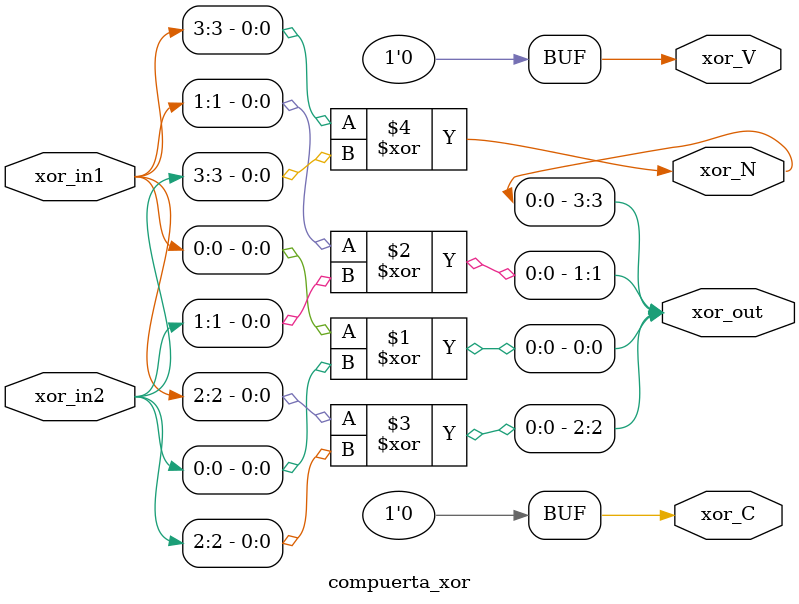
<source format=v>
module compuerta_and(and_in1,and_in2,and_out,and_N,and_V,and_C);
parameter bits = 4;
input  [bits-1:0] and_in1,and_in2;
output  [bits-1:0] and_out;
output  and_N;
output reg and_V =0;

output reg and_C = 0;

genvar i;
generate
	for (i=0; i<(bits); i=i+1) begin
		and ANDG(and_out[i],and_in1[i],and_in2[i]);
	end	
endgenerate


assign and_N = and_out [bits-1];

endmodule


module compuerta_or(or_in1,or_in2,or_out,or_N,or_V,or_C);
parameter bits = 4;
input wire [bits-1:0] or_in1,or_in2;
output wire [bits-1:0]  or_out;
output wire or_N;
output reg or_C=0,or_V =0;
genvar j;
generate
	for (j=0; j<(bits); j=j+1) begin
		or ORG(or_out[j],or_in1[j],or_in2[j]);
	end	
endgenerate


assign or_N=or_out [bits-1];


endmodule




module compuerta_not(not_in1,not_in2,not_Fin,not_out,not_N,not_V,not_C);
parameter bits = 4;
input wire [bits-1:0] not_in1,not_in2;
input wire not_Fin;
output wire [bits-1:0] not_out;
output wire not_N;
output reg not_C=0,not_V =0;
reg [bits-1:0] not_w;
genvar k;
always @(not_Fin or not_in1 or not_in2) begin
case (not_Fin)
	1'b0 : not_w=not_in1;
	1'b1 : not_w=not_in2;
endcase
end

generate
	for(k=0; k<(bits); k=k+1) begin
		not NOTG(not_out[k],not_w[k]);
	end	
endgenerate






assign not_N=not_out [bits-1];

endmodule 

module compuerta_xor(xor_in1,xor_in2,xor_out,xor_N,xor_V,xor_C);
parameter bits = 4;
input wire [bits-1:0] xor_in1,xor_in2;
output wire [bits-1:0]  xor_out;
output wire xor_N;
output reg xor_C=0,xor_V =0;
genvar l;
generate
	for(l=0; l<(bits); l=l+1) begin
		xor XORG(xor_out[l],xor_in1[l],xor_in2[l]);
	end	
endgenerate



assign xor_N=xor_out [bits-1];
endmodule





</source>
